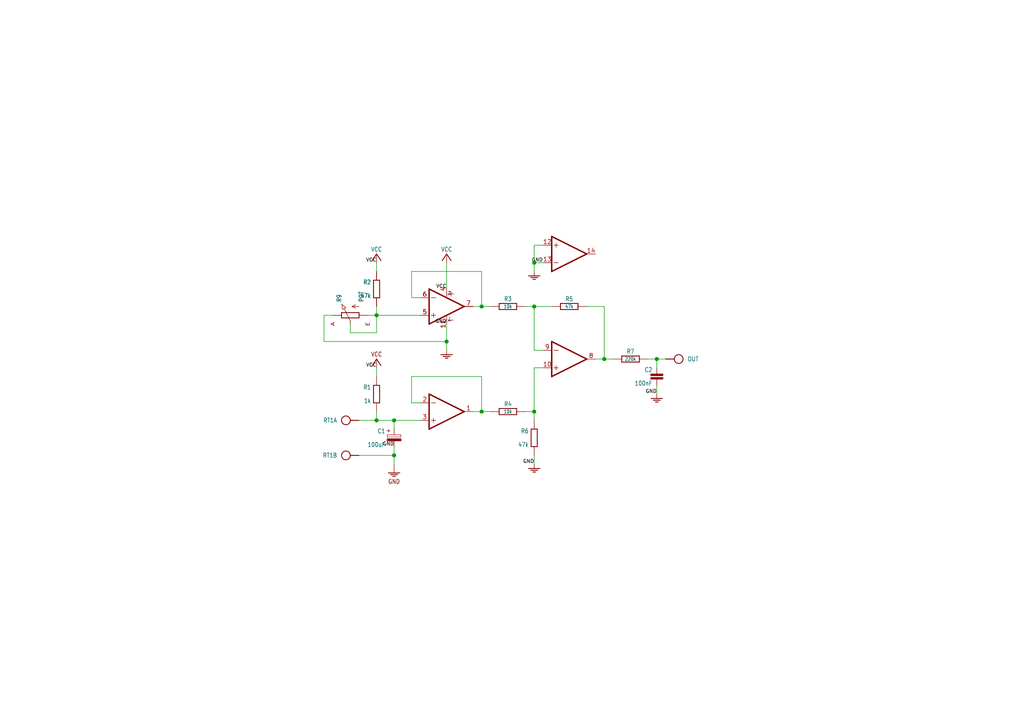
<source format=kicad_sch>
(kicad_sch (version 20210406) (generator eeschema)
  (paper "A4")
  (lib_symbols
    (symbol "Pt100-Amplifier-LM324-eagle-import:C050-020X044_V"
      (property "Reference" "C" (at -1.27 1.27 0))
      (property "Value" "C050-020X044_V" (at -1.27 -1.27 0))
      (symbol "C050-020X044_V_1_0"
        (rectangle (start -1.778 -0.762) (end 1.778 -0.254) (fill (type outline)))
        (rectangle (start -1.778 0.254) (end 1.778 0.762) (fill (type outline)))
        (polyline (pts (xy 0 -2.54) (xy 0 -0.762)) (stroke (width 0.1524)))
        (polyline (pts (xy 0 2.54) (xy 0 0.762)) (stroke (width 0.1524)))
        (pin passive line (at 0 2.54 270) (length 0) (name "1") (number "1"))
        (pin passive line (at 0 -2.54 90) (length 0) (name "2") (number "2"))
      )
    )
    (symbol "Pt100-Amplifier-LM324-eagle-import:CPOLE2.5-5"
      (property "Reference" "C" (at -2.54 1.27 0))
      (property "Value" "CPOLE2.5-5" (at -2.54 -1.27 0))
      (symbol "CPOLE2.5-5_1_0"
        (text "+" (at -0.9525 1.27 900) (effects (font (size 1.27 1.0795)) (justify left bottom)))
        (rectangle (start -2.032 -0.889) (end 2.032 -0.254) (fill (type outline)))
        (polyline (pts (xy -1.9685 0.254) (xy 1.9685 0.254)) (stroke (width 0.127)))
        (polyline (pts (xy -1.9685 0.889) (xy -1.9685 0.254)) (stroke (width 0.127)))
        (polyline (pts (xy 0 -2.54) (xy 0 -0.762)) (stroke (width 0.1524)))
        (polyline (pts (xy 0 0.889) (xy -1.9685 0.889)) (stroke (width 0.127)))
        (polyline (pts (xy 0 2.54) (xy 0 0.889)) (stroke (width 0.1524)))
        (polyline (pts (xy 1.9685 0.254) (xy 1.9685 0.889)) (stroke (width 0.127)))
        (polyline (pts (xy 1.9685 0.889) (xy 0 0.889)) (stroke (width 0.127)))
        (pin passive line (at 0 2.54 270) (length 0) (name "+") (number "+"))
        (pin passive line (at 0 -2.54 90) (length 0) (name "-") (number "-"))
      )
    )
    (symbol "Pt100-Amplifier-LM324-eagle-import:GND" (power)
      (symbol "GND_1_0"
        (polyline (pts (xy -1.651 -1.27) (xy 0 -1.27)) (stroke (width 0.254)))
        (polyline (pts (xy -1.016 -1.778) (xy 1.016 -1.778)) (stroke (width 0.254)))
        (polyline (pts (xy -0.381 -2.286) (xy 0.381 -2.286)) (stroke (width 0.254)))
        (polyline (pts (xy 0 -1.27) (xy 0 0)) (stroke (width 0.1524)))
        (polyline (pts (xy 0 -1.27) (xy 1.651 -1.27)) (stroke (width 0.254)))
        (pin power_in line (at 0 0 270) (length 0) (name "GND") (number "1"))
      )
    )
    (symbol "Pt100-Amplifier-LM324-eagle-import:HPORT"
      (property "Reference" "J" (at -6.35 0 0))
      (symbol "HPORT_1_0"
        (circle (center -3.81 0) (radius 1.27) (stroke (width 0.254)))
        (polyline (pts (xy 0 0) (xy -2.54 0)) (stroke (width 0.254)))
        (pin passive line (at 0 0 180) (length 0) (name "P$1") (number "1"))
      )
    )
    (symbol "Pt100-Amplifier-LM324-eagle-import:LM324-LM324"
      (symbol "LM324-LM324_1_0"
        (polyline (pts (xy -5.08 -5.08) (xy 5.08 0)) (stroke (width 0.4064)))
        (polyline (pts (xy -5.08 5.08) (xy -5.08 -5.08)) (stroke (width 0.4064)))
        (polyline (pts (xy -4.445 -2.54) (xy -3.175 -2.54)) (stroke (width 0.1524)))
        (polyline (pts (xy -4.445 2.54) (xy -3.175 2.54)) (stroke (width 0.1524)))
        (polyline (pts (xy -3.81 3.175) (xy -3.81 1.905)) (stroke (width 0.1524)))
        (polyline (pts (xy 5.08 0) (xy -5.08 5.08)) (stroke (width 0.4064)))
        (pin output line (at 7.62 0 180) (length 2.54) (name "OUT") (number "1"))
        (pin input line (at -7.62 -2.54 0) (length 2.54) (name "-IN") (number "2"))
        (pin input line (at -7.62 2.54 0) (length 2.54) (name "+IN") (number "3"))
      )
      (symbol "LM324-LM324_2_0"
        (polyline (pts (xy -5.08 -5.08) (xy 5.08 0)) (stroke (width 0.4064)))
        (polyline (pts (xy -5.08 5.08) (xy -5.08 -5.08)) (stroke (width 0.4064)))
        (polyline (pts (xy -4.445 -2.54) (xy -3.175 -2.54)) (stroke (width 0.1524)))
        (polyline (pts (xy -4.445 2.54) (xy -3.175 2.54)) (stroke (width 0.1524)))
        (polyline (pts (xy -3.81 3.175) (xy -3.81 1.905)) (stroke (width 0.1524)))
        (polyline (pts (xy 5.08 0) (xy -5.08 5.08)) (stroke (width 0.4064)))
        (pin input line (at -7.62 2.54 0) (length 2.54) (name "+IN") (number "5"))
        (pin input line (at -7.62 -2.54 0) (length 2.54) (name "-IN") (number "6"))
        (pin output line (at 7.62 0 180) (length 2.54) (name "OUT") (number "7"))
      )
      (symbol "LM324-LM324_3_0"
        (polyline (pts (xy -5.08 -5.08) (xy 5.08 0)) (stroke (width 0.4064)))
        (polyline (pts (xy -5.08 5.08) (xy -5.08 -5.08)) (stroke (width 0.4064)))
        (polyline (pts (xy -4.445 -2.54) (xy -3.175 -2.54)) (stroke (width 0.1524)))
        (polyline (pts (xy -4.445 2.54) (xy -3.175 2.54)) (stroke (width 0.1524)))
        (polyline (pts (xy -3.81 3.175) (xy -3.81 1.905)) (stroke (width 0.1524)))
        (polyline (pts (xy 5.08 0) (xy -5.08 5.08)) (stroke (width 0.4064)))
        (pin input line (at -7.62 2.54 0) (length 2.54) (name "+IN") (number "10"))
        (pin output line (at 7.62 0 180) (length 2.54) (name "OUT") (number "8"))
        (pin input line (at -7.62 -2.54 0) (length 2.54) (name "-IN") (number "9"))
      )
      (symbol "LM324-LM324_4_0"
        (polyline (pts (xy -5.08 -5.08) (xy 5.08 0)) (stroke (width 0.4064)))
        (polyline (pts (xy -5.08 5.08) (xy -5.08 -5.08)) (stroke (width 0.4064)))
        (polyline (pts (xy -4.445 -2.54) (xy -3.175 -2.54)) (stroke (width 0.1524)))
        (polyline (pts (xy -4.445 2.54) (xy -3.175 2.54)) (stroke (width 0.1524)))
        (polyline (pts (xy -3.81 3.175) (xy -3.81 1.905)) (stroke (width 0.1524)))
        (polyline (pts (xy 5.08 0) (xy -5.08 5.08)) (stroke (width 0.4064)))
        (pin input line (at -7.62 2.54 0) (length 2.54) (name "+IN") (number "12"))
        (pin input line (at -7.62 -2.54 0) (length 2.54) (name "-IN") (number "13"))
        (pin output line (at 7.62 0 180) (length 2.54) (name "OUT") (number "14"))
      )
      (symbol "LM324-LM324_5_0"
        (text "+" (at 1.27 3.81 0) (effects (font (size 1.778 1.778))))
        (text "-" (at 1.27 -3.81 0) (effects (font (size 1.778 1.778))))
        (text "V+" (at 1.27 3.175 900) (effects (font (size 0.8128 0.6908)) (justify left bottom)))
        (text "V-" (at 1.27 -4.445 900) (effects (font (size 0.8128 0.6908)) (justify left bottom)))
        (polyline (pts (xy 0 -5.08) (xy 0 -2.54)) (stroke (width 0.1524)))
        (polyline (pts (xy 0 5.08) (xy 0 2.54)) (stroke (width 0.1524)))
        (pin power_in line (at 0 -5.08 90) (length 0) (name "V-") (number "11"))
        (pin power_in line (at 0 5.08 270) (length 0) (name "V+") (number "4"))
      )
    )
    (symbol "Pt100-Amplifier-LM324-eagle-import:POT"
      (property "Reference" "R" (at -3.81 2.54 0))
      (property "Value" "POT" (at -3.81 -2.54 0))
      (symbol "POT_1_0"
        (text "A" (at 2.54 5.08 0) (effects (font (size 1.016 1.27))))
        (text "E" (at 2.54 -5.08 0) (effects (font (size 1.016 1.27))))
        (polyline (pts (xy -3.1989 2.4495) (xy -1.7018 2.2352)) (stroke (width 0.1524)))
        (polyline (pts (xy -2.54 -2.54) (xy -2.54 -0.508)) (stroke (width 0.1524)))
        (polyline (pts (xy -2.54 -0.508) (xy -3.048 -1.524)) (stroke (width 0.1524)))
        (polyline (pts (xy -2.54 -0.508) (xy -2.032 -1.524)) (stroke (width 0.1524)))
        (polyline (pts (xy -2.1597 1.2939) (xy -3.1989 2.4495)) (stroke (width 0.1524)))
        (polyline (pts (xy -2.1597 1.2939) (xy -1.7018 2.2352)) (stroke (width 0.1524)))
        (polyline (pts (xy -0.762 -2.54) (xy 0.762 -2.54)) (stroke (width 0.254)))
        (polyline (pts (xy -0.762 2.54) (xy -0.762 -2.54)) (stroke (width 0.254)))
        (polyline (pts (xy 0.762 -2.54) (xy 0.762 2.54)) (stroke (width 0.254)))
        (polyline (pts (xy 0.762 2.54) (xy -0.762 2.54)) (stroke (width 0.254)))
        (polyline (pts (xy 1.651 0) (xy -1.8796 1.7526)) (stroke (width 0.1524)))
        (polyline (pts (xy 2.54 0) (xy 1.651 0)) (stroke (width 0.1524)))
        (pin passive line (at 0 -5.08 90) (length 2.54) (name "A") (number "A"))
        (pin passive line (at 0 5.08 270) (length 2.54) (name "E") (number "E"))
        (pin passive line (at 2.54 0 180) (length 0) (name "S") (number "S"))
      )
    )
    (symbol "Pt100-Amplifier-LM324-eagle-import:R-H0204_10"
      (property "Reference" "R" (at 0 1.4986 0))
      (property "Value" "R-H0204_10" (at 0 0 0))
      (symbol "R-H0204_10_1_0"
        (polyline (pts (xy -2.54 -0.889) (xy -2.54 0.889)) (stroke (width 0.254)))
        (polyline (pts (xy -2.54 -0.889) (xy 2.54 -0.889)) (stroke (width 0.254)))
        (polyline (pts (xy 2.54 -0.889) (xy 2.54 0.889)) (stroke (width 0.254)))
        (polyline (pts (xy 2.54 0.889) (xy -2.54 0.889)) (stroke (width 0.254)))
        (pin passive line (at -5.08 0 0) (length 2.54) (name "1") (number "1"))
        (pin passive line (at 5.08 0 180) (length 2.54) (name "2") (number "2"))
      )
    )
    (symbol "Pt100-Amplifier-LM324-eagle-import:R-H0204_10-V"
      (property "Reference" "R" (at 0 1.4986 0))
      (property "Value" "R-H0204_10-V" (at 0 0 0))
      (symbol "R-H0204_10-V_1_0"
        (polyline (pts (xy -2.54 -0.889) (xy -2.54 0.889)) (stroke (width 0.254)))
        (polyline (pts (xy -2.54 -0.889) (xy 2.54 -0.889)) (stroke (width 0.254)))
        (polyline (pts (xy 2.54 -0.889) (xy 2.54 0.889)) (stroke (width 0.254)))
        (polyline (pts (xy 2.54 0.889) (xy -2.54 0.889)) (stroke (width 0.254)))
        (pin passive line (at -5.08 0 0) (length 2.54) (name "1") (number "1"))
        (pin passive line (at 5.08 0 180) (length 2.54) (name "2") (number "2"))
      )
    )
    (symbol "Pt100-Amplifier-LM324-eagle-import:R-H0204_15"
      (property "Reference" "R" (at 0 1.4986 0))
      (property "Value" "R-H0204_15" (at 0 0 0))
      (symbol "R-H0204_15_1_0"
        (polyline (pts (xy -2.54 -0.889) (xy -2.54 0.889)) (stroke (width 0.254)))
        (polyline (pts (xy -2.54 -0.889) (xy 2.54 -0.889)) (stroke (width 0.254)))
        (polyline (pts (xy 2.54 -0.889) (xy 2.54 0.889)) (stroke (width 0.254)))
        (polyline (pts (xy 2.54 0.889) (xy -2.54 0.889)) (stroke (width 0.254)))
        (pin passive line (at -5.08 0 0) (length 2.54) (name "1") (number "1"))
        (pin passive line (at 5.08 0 180) (length 2.54) (name "2") (number "2"))
      )
    )
    (symbol "Pt100-Amplifier-LM324-eagle-import:R0204_10"
      (property "Reference" "R" (at -1.5875 1.27 0))
      (property "Value" "R0204_10" (at -1.5875 -1.27 0))
      (symbol "R0204_10_1_0"
        (polyline (pts (xy -0.889 2.54) (xy -0.889 -2.54)) (stroke (width 0.254)))
        (polyline (pts (xy 0.889 -2.54) (xy -0.889 -2.54)) (stroke (width 0.254)))
        (polyline (pts (xy 0.889 -2.54) (xy 0.889 2.54)) (stroke (width 0.254)))
        (polyline (pts (xy 0.889 2.54) (xy -0.889 2.54)) (stroke (width 0.254)))
        (pin passive line (at 0 5.08 270) (length 2.54) (name "2") (number "1"))
        (pin passive line (at 0 -5.08 90) (length 2.54) (name "1") (number "2"))
      )
    )
    (symbol "Pt100-Amplifier-LM324-eagle-import:R0204_10-V"
      (property "Reference" "R" (at -1.5875 1.27 0))
      (property "Value" "R0204_10-V" (at -1.5875 -1.27 0))
      (symbol "R0204_10-V_1_0"
        (polyline (pts (xy -0.889 2.54) (xy -0.889 -2.54)) (stroke (width 0.254)))
        (polyline (pts (xy 0.889 -2.54) (xy -0.889 -2.54)) (stroke (width 0.254)))
        (polyline (pts (xy 0.889 -2.54) (xy 0.889 2.54)) (stroke (width 0.254)))
        (polyline (pts (xy 0.889 2.54) (xy -0.889 2.54)) (stroke (width 0.254)))
        (pin passive line (at 0 5.08 270) (length 2.54) (name "2") (number "1"))
        (pin passive line (at 0 -5.08 90) (length 2.54) (name "1") (number "2"))
      )
    )
    (symbol "Pt100-Amplifier-LM324-eagle-import:SPAD-2"
      (property "Reference" "J" (at -6.35 0 0))
      (symbol "SPAD-2_1_0"
        (circle (center -3.81 0) (radius 1.27) (stroke (width 0.254)))
        (polyline (pts (xy 0 0) (xy -2.54 0)) (stroke (width 0.254)))
        (pin passive line (at 0 0 180) (length 0) (name "P$1") (number "1"))
      )
      (symbol "SPAD-2_2_0"
        (circle (center -3.81 0) (radius 1.27) (stroke (width 0.254)))
        (polyline (pts (xy 0 0) (xy -2.54 0)) (stroke (width 0.254)))
        (pin passive line (at 0 0 180) (length 0) (name "P$1") (number "2"))
      )
    )
    (symbol "Pt100-Amplifier-LM324-eagle-import:VCC" (power)
      (property "Value" "VCC" (at 0 3.175 0))
      (symbol "VCC_1_0"
        (polyline (pts (xy 0 2.54) (xy -1.27 0.635)) (stroke (width 0.254)))
        (polyline (pts (xy 1.27 0.635) (xy 0 2.54)) (stroke (width 0.254)))
        (pin power_in line (at 0 0 90) (length 2.54) (name "VCC") (number "1"))
      )
    )
    (symbol "Pt100-Amplifier-LM324-eagle-import:VCC_GNDPWR-L"
      (symbol "VCC_GNDPWR-L_1_0"
        (text "VCC" (at 0 3.175 0) (effects (font (size 1.27 1.0795)) (justify bottom)))
        (polyline (pts (xy 0 2.54) (xy -1.27 0.635)) (stroke (width 0.254)))
        (polyline (pts (xy 1.27 0.635) (xy 0 2.54)) (stroke (width 0.254)))
        (pin power_in line (at 0 0 90) (length 2.54) (name "VCC") (number "2"))
      )
      (symbol "VCC_GNDPWR-L_2_0"
        (text "GND" (at 0 -4.318 0) (effects (font (size 1.27 1.0795)) (justify top)))
        (polyline (pts (xy -1.651 -2.54) (xy 1.651 -2.54)) (stroke (width 0.254)))
        (polyline (pts (xy -1.016 -3.048) (xy 1.016 -3.048)) (stroke (width 0.254)))
        (polyline (pts (xy -0.381 -3.556) (xy 0.381 -3.556)) (stroke (width 0.254)))
        (pin power_in line (at 0 0 270) (length 2.54) (name "GND") (number "1"))
      )
    )
  )
  (junction (at 109.22 91.44) (diameter 1.016))
  (junction (at 109.22 121.92) (diameter 1.016))
  (junction (at 114.3 121.92) (diameter 1.016))
  (junction (at 114.3 132.08) (diameter 1.016))
  (junction (at 129.54 99.06) (diameter 1.016))
  (junction (at 139.7 88.9) (diameter 1.016))
  (junction (at 139.7 119.38) (diameter 1.016))
  (junction (at 154.94 76.2) (diameter 1.016))
  (junction (at 154.94 88.9) (diameter 1.016))
  (junction (at 154.94 119.38) (diameter 1.016))
  (junction (at 175.26 104.14) (diameter 1.016))
  (junction (at 190.5 104.14) (diameter 1.016))
  (wire (pts (xy 93.98 91.44) (xy 93.98 99.06)))
  (wire (pts (xy 93.98 99.06) (xy 129.54 99.06)))
  (wire (pts (xy 96.52 91.44) (xy 93.98 91.44)))
  (wire (pts (xy 101.6 93.98) (xy 101.6 96.52)))
  (wire (pts (xy 101.6 96.52) (xy 109.22 96.52)))
  (wire (pts (xy 104.14 121.92) (xy 109.22 121.92)))
  (wire (pts (xy 104.14 132.08) (xy 114.3 132.08)))
  (wire (pts (xy 109.22 76.2) (xy 109.22 78.74)))
  (wire (pts (xy 109.22 88.9) (xy 109.22 91.44)))
  (wire (pts (xy 109.22 91.44) (xy 106.68 91.44)))
  (wire (pts (xy 109.22 91.44) (xy 121.92 91.44)))
  (wire (pts (xy 109.22 96.52) (xy 109.22 91.44)))
  (wire (pts (xy 109.22 106.68) (xy 109.22 109.22)))
  (wire (pts (xy 109.22 119.38) (xy 109.22 121.92)))
  (wire (pts (xy 109.22 121.92) (xy 114.3 121.92)))
  (wire (pts (xy 114.3 121.92) (xy 114.3 124.46)))
  (wire (pts (xy 114.3 129.54) (xy 114.3 132.08)))
  (wire (pts (xy 114.3 132.08) (xy 114.3 134.62)))
  (wire (pts (xy 119.38 78.74) (xy 119.38 86.36)))
  (wire (pts (xy 119.38 86.36) (xy 121.92 86.36)))
  (wire (pts (xy 119.38 109.22) (xy 119.38 116.84)))
  (wire (pts (xy 119.38 116.84) (xy 121.92 116.84)))
  (wire (pts (xy 121.92 121.92) (xy 114.3 121.92)))
  (wire (pts (xy 129.54 83.82) (xy 129.54 76.2)))
  (wire (pts (xy 129.54 93.98) (xy 129.54 99.06)))
  (wire (pts (xy 129.54 99.06) (xy 129.54 101.6)))
  (wire (pts (xy 137.16 88.9) (xy 139.7 88.9)))
  (wire (pts (xy 137.16 119.38) (xy 139.7 119.38)))
  (wire (pts (xy 139.7 78.74) (xy 119.38 78.74)))
  (wire (pts (xy 139.7 88.9) (xy 139.7 78.74)))
  (wire (pts (xy 139.7 88.9) (xy 142.24 88.9)))
  (wire (pts (xy 139.7 109.22) (xy 119.38 109.22)))
  (wire (pts (xy 139.7 119.38) (xy 139.7 109.22)))
  (wire (pts (xy 139.7 119.38) (xy 142.24 119.38)))
  (wire (pts (xy 152.4 88.9) (xy 154.94 88.9)))
  (wire (pts (xy 152.4 119.38) (xy 154.94 119.38)))
  (wire (pts (xy 154.94 71.12) (xy 154.94 76.2)))
  (wire (pts (xy 154.94 76.2) (xy 154.94 78.74)))
  (wire (pts (xy 154.94 88.9) (xy 160.02 88.9)))
  (wire (pts (xy 154.94 101.6) (xy 154.94 88.9)))
  (wire (pts (xy 154.94 106.68) (xy 157.48 106.68)))
  (wire (pts (xy 154.94 119.38) (xy 154.94 106.68)))
  (wire (pts (xy 154.94 119.38) (xy 154.94 121.92)))
  (wire (pts (xy 154.94 134.62) (xy 154.94 132.08)))
  (wire (pts (xy 157.48 71.12) (xy 154.94 71.12)))
  (wire (pts (xy 157.48 76.2) (xy 154.94 76.2)))
  (wire (pts (xy 157.48 101.6) (xy 154.94 101.6)))
  (wire (pts (xy 170.18 88.9) (xy 175.26 88.9)))
  (wire (pts (xy 175.26 88.9) (xy 175.26 104.14)))
  (wire (pts (xy 175.26 104.14) (xy 172.72 104.14)))
  (wire (pts (xy 177.8 104.14) (xy 175.26 104.14)))
  (wire (pts (xy 187.96 104.14) (xy 190.5 104.14)))
  (wire (pts (xy 190.5 104.14) (xy 190.5 106.68)))
  (wire (pts (xy 190.5 104.14) (xy 193.04 104.14)))
  (wire (pts (xy 190.5 114.3) (xy 190.5 111.76)))
  (label "VCC" (at 109.22 76.2 180) (effects (font (size 1.016 1.016))))
  (label "VCC" (at 109.22 106.68 180) (effects (font (size 1.016 1.016))))
  (label "GND" (at 114.3 129.54 180) (effects (font (size 1.016 1.016))))
  (label "VCC" (at 129.54 83.82 180) (effects (font (size 1.016 1.016))))
  (label "GND" (at 129.54 93.98 180) (effects (font (size 1.016 1.016))))
  (label "GND" (at 154.94 134.62 180) (effects (font (size 1.016 1.016))))
  (label "GND" (at 157.48 76.2 180) (effects (font (size 1.016 1.016))))
  (label "GND" (at 190.5 114.3 180) (effects (font (size 1.016 1.016))))
  (symbol (lib_id "Pt100-Amplifier-LM324-eagle-import:VCC") (at 109.22 76.2 0) (unit 1)
    (property "Reference" "#U$3" (effects hide))
    (property "Value" "VCC" (at 109.22 73.025 0) (effects (font (size 1.27 1.0795)) (justify bottom)))
  )
  (symbol (lib_id "Pt100-Amplifier-LM324-eagle-import:VCC") (at 129.54 76.2 0) (unit 1)
    (property "Reference" "#U$2" (effects hide))
    (property "Value" "VCC" (at 129.54 73.025 0) (effects (font (size 1.27 1.0795)) (justify bottom)))
  )
  (symbol (lib_id "Pt100-Amplifier-LM324-eagle-import:GND") (at 129.54 101.6 0) (unit 1)
    (property "Reference" "#S4" (effects hide))
    (property "Value" "GND" (effects hide))
  )
  (symbol (lib_id "Pt100-Amplifier-LM324-eagle-import:GND") (at 154.94 78.74 0) (unit 1)
    (property "Reference" "#S1" (effects hide))
    (property "Value" "GND" (effects hide))
  )
  (symbol (lib_id "Pt100-Amplifier-LM324-eagle-import:GND") (at 154.94 134.62 0) (unit 1)
    (property "Reference" "#S2" (effects hide))
    (property "Value" "GND" (effects hide))
  )
  (symbol (lib_id "Pt100-Amplifier-LM324-eagle-import:GND") (at 190.5 114.3 0) (unit 1)
    (property "Reference" "#S3" (effects hide))
    (property "Value" "GND" (effects hide))
  )
  (symbol (lib_id "Pt100-Amplifier-LM324-eagle-import:SPAD-2") (at 104.14 121.92 0) (unit 1)
    (property "Reference" "RT1" (at 97.79 121.92 0) (effects (font (size 1.27 1.0795)) (justify right)))
    (property "Value" "SPAD-2" (effects hide))
    (property "Footprint" "SPAD-2" (effects hide))
  )
  (symbol (lib_id "Pt100-Amplifier-LM324-eagle-import:SPAD-2") (at 104.14 132.08 0) (unit 2)
    (property "Reference" "RT1" (at 97.79 132.08 0) (effects (font (size 1.27 1.0795)) (justify right)))
    (property "Value" "SPAD-2" (effects hide))
    (property "Footprint" "SPAD-2" (effects hide))
  )
  (symbol (lib_id "Pt100-Amplifier-LM324-eagle-import:HPORT") (at 193.04 104.14 180) (unit 1)
    (property "Reference" "OUT" (at 199.39 104.14 0) (effects (font (size 1.27 1.0795)) (justify right)))
    (property "Value" "HPORT" (effects hide))
    (property "Footprint" "SPAD" (effects hide))
  )
  (symbol (lib_id "Pt100-Amplifier-LM324-eagle-import:VCC_GNDPWR-L") (at 109.22 106.68 0) (unit 1)
    (property "Reference" "S5" (effects hide))
    (property "Value" "VCC_GNDPWR-L" (effects hide))
    (property "Footprint" "PWR-L" (effects hide))
  )
  (symbol (lib_id "Pt100-Amplifier-LM324-eagle-import:C050-020X044_V") (at 190.5 109.22 0) (unit 1)
    (property "Reference" "C2" (at 189.23 107.95 0) (effects (font (size 1.27 1.0795)) (justify right bottom)))
    (property "Value" "100nF" (at 189.23 110.49 0) (effects (font (size 1.27 1.0795)) (justify right top)))
    (property "Footprint" "C050-020X044_V" (effects hide))
  )
  (symbol (lib_id "Pt100-Amplifier-LM324-eagle-import:R0204_10") (at 109.22 83.82 0) (unit 1)
    (property "Reference" "R2" (at 107.6325 82.55 0) (effects (font (size 1.27 1.0795)) (justify right bottom)))
    (property "Value" "47k" (at 107.6325 85.09 0) (effects (font (size 1.27 1.0795)) (justify right top)))
    (property "Footprint" "0204_10" (effects hide))
  )
  (symbol (lib_id "Pt100-Amplifier-LM324-eagle-import:R0204_10") (at 109.22 114.3 0) (unit 1)
    (property "Reference" "R1" (at 107.6325 113.03 0) (effects (font (size 1.27 1.0795)) (justify right bottom)))
    (property "Value" "1k" (at 107.6325 115.57 0) (effects (font (size 1.27 1.0795)) (justify right top)))
    (property "Footprint" "0204_10" (effects hide))
  )
  (symbol (lib_id "Pt100-Amplifier-LM324-eagle-import:R-H0204_10-V") (at 147.32 88.9 0) (unit 1)
    (property "Reference" "R3" (at 147.32 87.4014 0) (effects (font (size 1.27 1.0795)) (justify bottom)))
    (property "Value" "10k" (at 147.32 88.9 0) (effects (font (size 1.016 0.8636))))
    (property "Footprint" "0204_10-V" (effects hide))
  )
  (symbol (lib_id "Pt100-Amplifier-LM324-eagle-import:R-H0204_15") (at 147.32 119.38 0) (unit 1)
    (property "Reference" "R4" (at 147.32 117.8814 0) (effects (font (size 1.27 1.0795)) (justify bottom)))
    (property "Value" "10k" (at 147.32 119.38 0) (effects (font (size 1.016 0.8636))))
    (property "Footprint" "0204_15" (effects hide))
  )
  (symbol (lib_id "Pt100-Amplifier-LM324-eagle-import:R0204_10-V") (at 154.94 127 0) (unit 1)
    (property "Reference" "R6" (at 153.3525 125.73 0) (effects (font (size 1.27 1.0795)) (justify right bottom)))
    (property "Value" "47k" (at 153.3525 128.27 0) (effects (font (size 1.27 1.0795)) (justify right top)))
    (property "Footprint" "0204_10-V" (effects hide))
  )
  (symbol (lib_id "Pt100-Amplifier-LM324-eagle-import:R-H0204_10-V") (at 165.1 88.9 0) (unit 1)
    (property "Reference" "R5" (at 165.1 87.4014 0) (effects (font (size 1.27 1.0795)) (justify bottom)))
    (property "Value" "47k" (at 165.1 88.9 0) (effects (font (size 1.016 0.8636))))
    (property "Footprint" "0204_10-V" (effects hide))
  )
  (symbol (lib_id "Pt100-Amplifier-LM324-eagle-import:R-H0204_10") (at 182.88 104.14 0) (unit 1)
    (property "Reference" "R7" (at 182.88 102.6414 0) (effects (font (size 1.27 1.0795)) (justify bottom)))
    (property "Value" "220k" (at 182.88 104.14 0) (effects (font (size 1.016 0.8636))))
    (property "Footprint" "0204_10" (effects hide))
  )
  (symbol (lib_id "Pt100-Amplifier-LM324-eagle-import:VCC_GNDPWR-L") (at 114.3 134.62 0) (unit 2)
    (property "Reference" "S5" (effects hide))
    (property "Value" "VCC_GNDPWR-L" (effects hide))
    (property "Footprint" "PWR-L" (effects hide))
  )
  (symbol (lib_id "Pt100-Amplifier-LM324-eagle-import:CPOLE2.5-5") (at 114.3 127 0) (unit 1)
    (property "Reference" "C1" (at 111.76 125.73 0) (effects (font (size 1.27 1.0795)) (justify right bottom)))
    (property "Value" "100uF" (at 111.76 128.27 0) (effects (font (size 1.27 1.0795)) (justify right top)))
    (property "Footprint" "E2,5-5" (effects hide))
  )
  (symbol (lib_id "Pt100-Amplifier-LM324-eagle-import:LM324-LM324") (at 129.54 88.9 0) (unit 5)
    (property "Reference" "IC1" (effects hide))
    (property "Value" "LM324-LM324" (effects hide))
    (property "Footprint" "DIL14-LM324" (effects hide))
  )
  (symbol (lib_id "Pt100-Amplifier-LM324-eagle-import:POT") (at 101.6 91.44 90) (mirror x) (unit 1)
    (property "Reference" "R9" (at 99.06 87.63 0) (effects (font (size 1.27 1.0795)) (justify right bottom)))
    (property "Value" "POT" (at 104.14 87.63 0) (effects (font (size 1.27 1.0795)) (justify right top)))
    (property "Footprint" "POT" (effects hide))
  )
  (symbol (lib_id "Pt100-Amplifier-LM324-eagle-import:LM324-LM324") (at 129.54 88.9 0) (mirror x) (unit 2)
    (property "Reference" "IC1" (effects hide))
    (property "Value" "LM324-LM324" (effects hide))
    (property "Footprint" "DIL14-LM324" (effects hide))
  )
  (symbol (lib_id "Pt100-Amplifier-LM324-eagle-import:LM324-LM324") (at 129.54 119.38 0) (mirror x) (unit 1)
    (property "Reference" "IC1" (effects hide))
    (property "Value" "LM324-LM324" (effects hide))
    (property "Footprint" "DIL14-LM324" (effects hide))
  )
  (symbol (lib_id "Pt100-Amplifier-LM324-eagle-import:LM324-LM324") (at 165.1 73.66 0) (unit 4)
    (property "Reference" "IC1" (effects hide))
    (property "Value" "LM324-LM324" (effects hide))
    (property "Footprint" "DIL14-LM324" (effects hide))
  )
  (symbol (lib_id "Pt100-Amplifier-LM324-eagle-import:LM324-LM324") (at 165.1 104.14 0) (mirror x) (unit 3)
    (property "Reference" "IC1" (effects hide))
    (property "Value" "LM324-LM324" (effects hide))
    (property "Footprint" "DIL14-LM324" (effects hide))
  )
)
</source>
